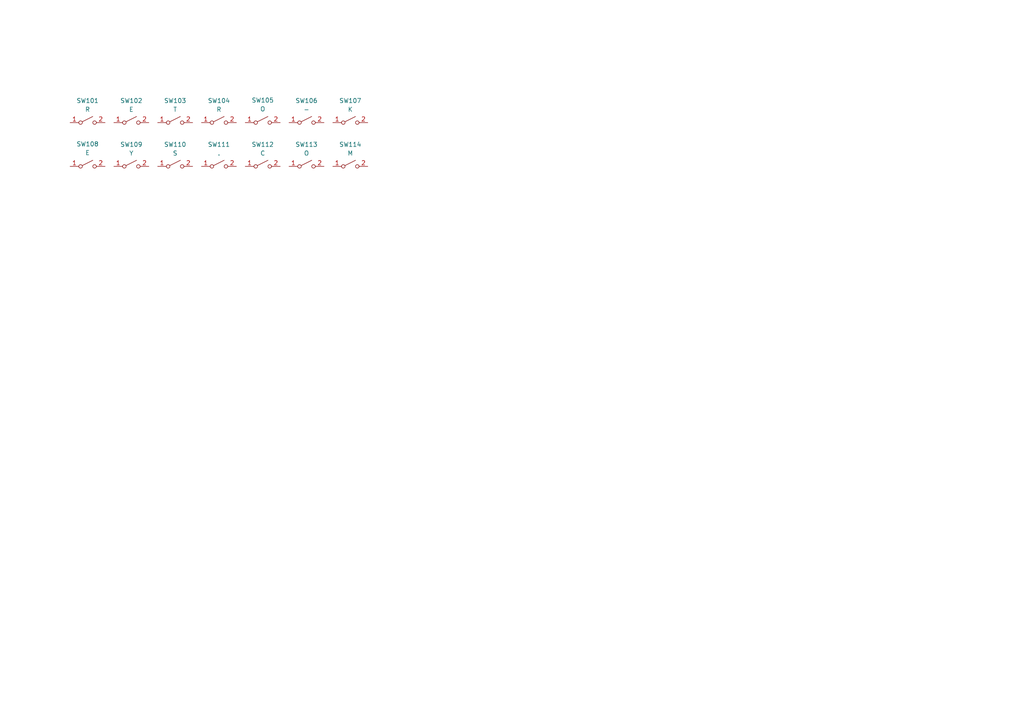
<source format=kicad_sch>
(kicad_sch (version 20211123) (generator eeschema)
  (paper "A4")
  (lib_symbols
    (symbol "Switch:SW_SPST" (pin_names (offset 0) hide)
      (property "Reference" "SW" (at 0 3.175 0))
      (property "Value" "SW_SPST" (at 0 -2.54 0))
      (symbol "SW_SPST_0_0"
        (circle (center -2.032 0) (radius 0.508))
        (polyline (pts (xy -1.524 0.254) (xy 1.524 1.778)))
        (circle (center 2.032 0) (radius 0.508))
      )
      (symbol "SW_SPST_1_1"
        (pin passive line (at -5.08 0 0) (length 2.54) (name "A") (number "1"))
        (pin passive line (at 5.08 0 180) (length 2.54) (name "B") (number "2"))
      )
    )
  )
  (symbol (lib_id "Switch:SW_SPST") (at 25.4 48.26 0) (unit 1)
    (property "Reference" "SW108" (at 25.4 41.783 0))
    (property "Value" "E" (at 25.4 44.323 0))
    (property "Footprint" "Button_Switch_Keyboard:SW_Cherry_MX_1.00u_PCB" (effects hide))
  )
  (symbol (lib_id "Switch:SW_SPST") (at 76.2 48.26 0) (unit 1)
    (property "Reference" "SW112" (at 76.2 41.91 0))
    (property "Value" "C" (at 76.2 44.45 0))
    (property "Footprint" "Button_Switch_Keyboard:SW_Cherry_MX_1.00u_PCB" (effects hide))
  )
  (symbol (lib_id "Switch:SW_SPST") (at 101.6 48.26 0) (unit 1)
    (property "Reference" "SW114" (at 101.6 41.91 0))
    (property "Value" "M" (at 101.6 44.45 0))
    (property "Footprint" "Button_Switch_Keyboard:SW_Cherry_MX_1.00u_PCB" (effects hide))
  )
  (symbol (lib_id "Switch:SW_SPST") (at 63.5 48.26 0) (unit 1)
    (property "Reference" "SW111" (at 63.5 41.91 0))
    (property "Value" "." (at 63.5 44.45 0))
    (property "Footprint" "Button_Switch_Keyboard:SW_Cherry_MX_1.00u_PCB" (effects hide))
  )
  (symbol (lib_id "Switch:SW_SPST") (at 38.1 35.56 0) (unit 1)
    (property "Reference" "SW102" (at 38.1 29.21 0))
    (property "Value" "E" (at 38.1 31.75 0))
    (property "Footprint" "Button_Switch_Keyboard:SW_Cherry_MX_1.00u_PCB" (effects hide))
  )
  (symbol (lib_id "Switch:SW_SPST") (at 76.2 35.56 0) (unit 1)
    (property "Reference" "SW105" (at 76.2 29.083 0))
    (property "Value" "O" (at 76.2 31.623 0))
    (property "Footprint" "Button_Switch_Keyboard:SW_Cherry_MX_1.00u_PCB" (effects hide))
  )
  (symbol (lib_id "Switch:SW_SPST") (at 50.8 48.26 0) (unit 1)
    (property "Reference" "SW110" (at 50.8 41.91 0))
    (property "Value" "S" (at 50.8 44.45 0))
    (property "Footprint" "Button_Switch_Keyboard:SW_Cherry_MX_1.00u_PCB" (effects hide))
  )
  (symbol (lib_id "Switch:SW_SPST") (at 50.8 35.56 0) (unit 1)
    (property "Reference" "SW103" (at 50.8 29.21 0))
    (property "Value" "T" (at 50.8 31.75 0))
    (property "Footprint" "Button_Switch_Keyboard:SW_Cherry_MX_1.00u_PCB" (effects hide))
  )
  (symbol (lib_id "Switch:SW_SPST") (at 88.9 35.56 0) (unit 1)
    (property "Reference" "SW106" (at 88.9 29.21 0))
    (property "Value" "-" (at 88.9 31.75 0))
    (property "Footprint" "Button_Switch_Keyboard:SW_Cherry_MX_1.00u_PCB" (effects hide))
  )
  (symbol (lib_id "Switch:SW_SPST") (at 25.4 35.56 0) (unit 1)
    (property "Reference" "SW101" (at 25.4 29.21 0))
    (property "Value" "R" (at 25.4 31.75 0))
    (property "Footprint" "Button_Switch_Keyboard:SW_Cherry_MX_1.00u_PCB" (effects hide))
  )
  (symbol (lib_id "Switch:SW_SPST") (at 88.9 48.26 0) (unit 1)
    (property "Reference" "SW113" (at 88.9 41.91 0))
    (property "Value" "O" (at 88.9 44.45 0))
    (property "Footprint" "Button_Switch_Keyboard:SW_Cherry_MX_1.00u_PCB" (effects hide))
  )
  (symbol (lib_id "Switch:SW_SPST") (at 63.5 35.56 0) (unit 1)
    (property "Reference" "SW104" (at 63.5 29.21 0))
    (property "Value" "R" (at 63.5 31.75 0))
    (property "Footprint" "Button_Switch_Keyboard:SW_Cherry_MX_1.00u_PCB" (effects hide))
  )
  (symbol (lib_id "Switch:SW_SPST") (at 101.6 35.56 0) (unit 1)
    (property "Reference" "SW107" (at 101.6 29.21 0))
    (property "Value" "K" (at 101.6 31.75 0))
    (property "Footprint" "Button_Switch_Keyboard:SW_Cherry_MX_1.00u_PCB" (effects hide))
  )
  (symbol (lib_id "Switch:SW_SPST") (at 38.1 48.26 0) (unit 1)
    (property "Reference" "SW109" (at 38.1 41.91 0))
    (property "Value" "Y" (at 38.1 44.45 0))
    (property "Footprint" "Button_Switch_Keyboard:SW_Cherry_MX_1.00u_PCB" (effects hide))
  )
)
</source>
